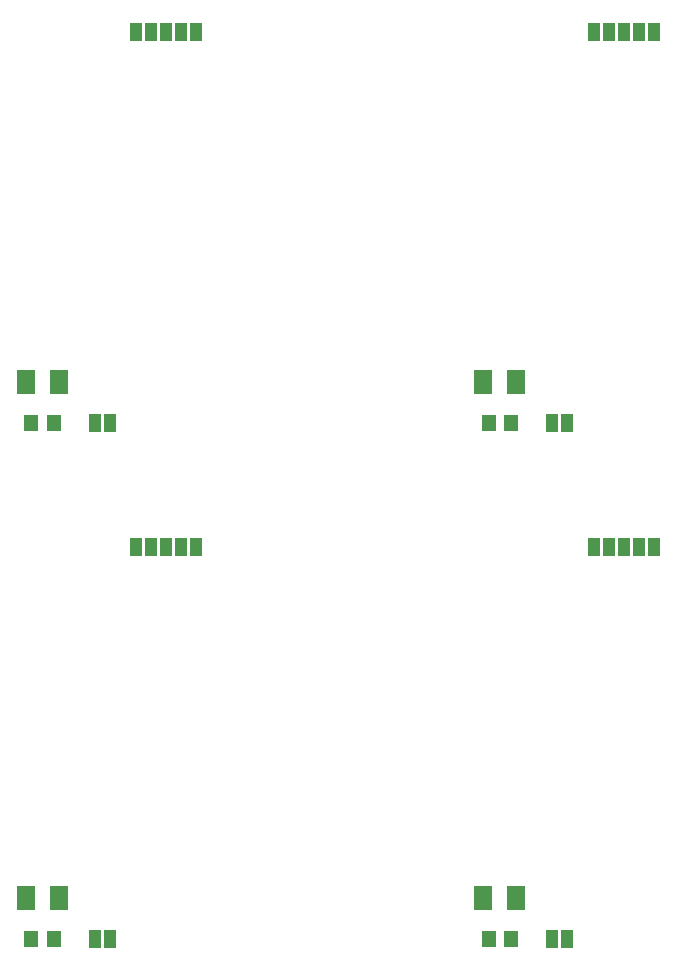
<source format=gbr>
%FSLAX34Y34*%
%MOMM*%
%LNSMDMASK_BOTTOM*%
G71*
G01*
%ADD10R, 1.000X1.500*%
%ADD11R, 1.600X2.000*%
%ADD12R, 1.300X1.400*%
%LPD*%
X168274Y-58738D02*
G54D10*
D03*
X142874Y-58738D02*
G54D10*
D03*
X180974Y-58738D02*
G54D10*
D03*
X155574Y-58738D02*
G54D10*
D03*
X130174Y-58738D02*
G54D10*
D03*
X95250Y-390526D02*
G54D10*
D03*
X107950Y-390526D02*
G54D10*
D03*
X36512Y-355600D02*
G54D11*
D03*
X64512Y-355600D02*
G54D11*
D03*
X41275Y-390525D02*
G54D12*
D03*
X60275Y-390525D02*
G54D12*
D03*
X555624Y-58738D02*
G54D10*
D03*
X530224Y-58738D02*
G54D10*
D03*
X568324Y-58738D02*
G54D10*
D03*
X542924Y-58738D02*
G54D10*
D03*
X517524Y-58738D02*
G54D10*
D03*
X482600Y-390526D02*
G54D10*
D03*
X495300Y-390526D02*
G54D10*
D03*
X423862Y-355600D02*
G54D11*
D03*
X451862Y-355600D02*
G54D11*
D03*
X428625Y-390525D02*
G54D12*
D03*
X447625Y-390525D02*
G54D12*
D03*
X168274Y-495300D02*
G54D10*
D03*
X142874Y-495300D02*
G54D10*
D03*
X180974Y-495300D02*
G54D10*
D03*
X155574Y-495300D02*
G54D10*
D03*
X130174Y-495300D02*
G54D10*
D03*
X95250Y-827088D02*
G54D10*
D03*
X107950Y-827088D02*
G54D10*
D03*
X36512Y-792162D02*
G54D11*
D03*
X64512Y-792162D02*
G54D11*
D03*
X41275Y-827088D02*
G54D12*
D03*
X60275Y-827088D02*
G54D12*
D03*
X555624Y-495300D02*
G54D10*
D03*
X530224Y-495300D02*
G54D10*
D03*
X568324Y-495300D02*
G54D10*
D03*
X542924Y-495300D02*
G54D10*
D03*
X517524Y-495300D02*
G54D10*
D03*
X482600Y-827088D02*
G54D10*
D03*
X495300Y-827088D02*
G54D10*
D03*
X423862Y-792162D02*
G54D11*
D03*
X451862Y-792162D02*
G54D11*
D03*
X428625Y-827088D02*
G54D12*
D03*
X447625Y-827088D02*
G54D12*
D03*
M02*

</source>
